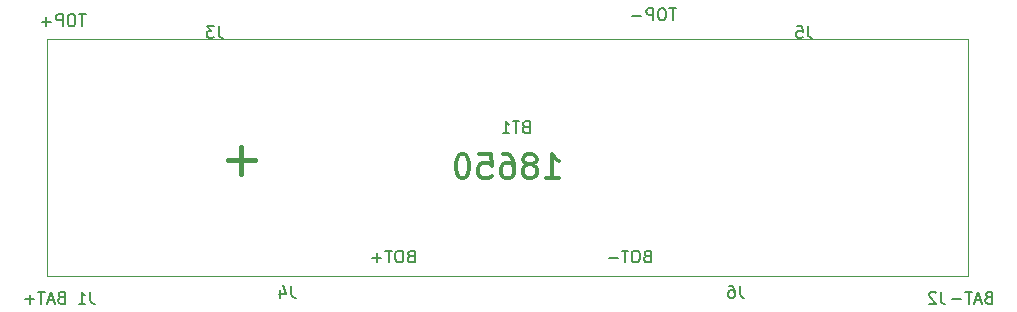
<source format=gbr>
G04 #@! TF.GenerationSoftware,KiCad,Pcbnew,5.1.4-e60b266~84~ubuntu19.04.1*
G04 #@! TF.CreationDate,2019-09-08T19:21:52+02:00*
G04 #@! TF.ProjectId,middle,6d696464-6c65-42e6-9b69-6361645f7063,rev?*
G04 #@! TF.SameCoordinates,Original*
G04 #@! TF.FileFunction,Legend,Bot*
G04 #@! TF.FilePolarity,Positive*
%FSLAX46Y46*%
G04 Gerber Fmt 4.6, Leading zero omitted, Abs format (unit mm)*
G04 Created by KiCad (PCBNEW 5.1.4-e60b266~84~ubuntu19.04.1) date 2019-09-08 19:21:52*
%MOMM*%
%LPD*%
G04 APERTURE LIST*
%ADD10C,0.450000*%
%ADD11C,0.120000*%
%ADD12C,0.150000*%
%ADD13C,0.300000*%
G04 APERTURE END LIST*
D10*
X-21757142Y29185714D02*
X-24042857Y29185714D01*
X-22900000Y28042857D02*
X-22900000Y30328571D01*
D11*
X-39350000Y19350000D02*
X38650000Y19350000D01*
X38650000Y19350000D02*
X38650000Y39450000D01*
X38650000Y39450000D02*
X-39350000Y39450000D01*
X-39350000Y39450000D02*
X-39350000Y19350000D01*
D12*
X19333333Y18547619D02*
X19333333Y17833333D01*
X19380952Y17690476D01*
X19476190Y17595238D01*
X19619047Y17547619D01*
X19714285Y17547619D01*
X18428571Y18547619D02*
X18619047Y18547619D01*
X18714285Y18500000D01*
X18761904Y18452380D01*
X18857142Y18309523D01*
X18904761Y18119047D01*
X18904761Y17738095D01*
X18857142Y17642857D01*
X18809523Y17595238D01*
X18714285Y17547619D01*
X18523809Y17547619D01*
X18428571Y17595238D01*
X18380952Y17642857D01*
X18333333Y17738095D01*
X18333333Y17976190D01*
X18380952Y18071428D01*
X18428571Y18119047D01*
X18523809Y18166666D01*
X18714285Y18166666D01*
X18809523Y18119047D01*
X18857142Y18071428D01*
X18904761Y17976190D01*
X11452380Y21071428D02*
X11309523Y21023809D01*
X11261904Y20976190D01*
X11214285Y20880952D01*
X11214285Y20738095D01*
X11261904Y20642857D01*
X11309523Y20595238D01*
X11404761Y20547619D01*
X11785714Y20547619D01*
X11785714Y21547619D01*
X11452380Y21547619D01*
X11357142Y21500000D01*
X11309523Y21452380D01*
X11261904Y21357142D01*
X11261904Y21261904D01*
X11309523Y21166666D01*
X11357142Y21119047D01*
X11452380Y21071428D01*
X11785714Y21071428D01*
X10595238Y21547619D02*
X10404761Y21547619D01*
X10309523Y21500000D01*
X10214285Y21404761D01*
X10166666Y21214285D01*
X10166666Y20880952D01*
X10214285Y20690476D01*
X10309523Y20595238D01*
X10404761Y20547619D01*
X10595238Y20547619D01*
X10690476Y20595238D01*
X10785714Y20690476D01*
X10833333Y20880952D01*
X10833333Y21214285D01*
X10785714Y21404761D01*
X10690476Y21500000D01*
X10595238Y21547619D01*
X9880952Y21547619D02*
X9309523Y21547619D01*
X9595238Y20547619D02*
X9595238Y21547619D01*
X8976190Y20928571D02*
X8214285Y20928571D01*
X25083333Y40557619D02*
X25083333Y39843333D01*
X25130952Y39700476D01*
X25226190Y39605238D01*
X25369047Y39557619D01*
X25464285Y39557619D01*
X24130952Y40557619D02*
X24607142Y40557619D01*
X24654761Y40081428D01*
X24607142Y40129047D01*
X24511904Y40176666D01*
X24273809Y40176666D01*
X24178571Y40129047D01*
X24130952Y40081428D01*
X24083333Y39986190D01*
X24083333Y39748095D01*
X24130952Y39652857D01*
X24178571Y39605238D01*
X24273809Y39557619D01*
X24511904Y39557619D01*
X24607142Y39605238D01*
X24654761Y39652857D01*
X13928571Y42047619D02*
X13357142Y42047619D01*
X13642857Y41047619D02*
X13642857Y42047619D01*
X12833333Y42047619D02*
X12642857Y42047619D01*
X12547619Y42000000D01*
X12452380Y41904761D01*
X12404761Y41714285D01*
X12404761Y41380952D01*
X12452380Y41190476D01*
X12547619Y41095238D01*
X12642857Y41047619D01*
X12833333Y41047619D01*
X12928571Y41095238D01*
X13023809Y41190476D01*
X13071428Y41380952D01*
X13071428Y41714285D01*
X13023809Y41904761D01*
X12928571Y42000000D01*
X12833333Y42047619D01*
X11976190Y41047619D02*
X11976190Y42047619D01*
X11595238Y42047619D01*
X11500000Y42000000D01*
X11452380Y41952380D01*
X11404761Y41857142D01*
X11404761Y41714285D01*
X11452380Y41619047D01*
X11500000Y41571428D01*
X11595238Y41523809D01*
X11976190Y41523809D01*
X10976190Y41428571D02*
X10214285Y41428571D01*
X-18666666Y18547619D02*
X-18666666Y17833333D01*
X-18619047Y17690476D01*
X-18523809Y17595238D01*
X-18380952Y17547619D01*
X-18285714Y17547619D01*
X-19571428Y18214285D02*
X-19571428Y17547619D01*
X-19333333Y18595238D02*
X-19095238Y17880952D01*
X-19714285Y17880952D01*
X-8547619Y21071428D02*
X-8690476Y21023809D01*
X-8738095Y20976190D01*
X-8785714Y20880952D01*
X-8785714Y20738095D01*
X-8738095Y20642857D01*
X-8690476Y20595238D01*
X-8595238Y20547619D01*
X-8214285Y20547619D01*
X-8214285Y21547619D01*
X-8547619Y21547619D01*
X-8642857Y21500000D01*
X-8690476Y21452380D01*
X-8738095Y21357142D01*
X-8738095Y21261904D01*
X-8690476Y21166666D01*
X-8642857Y21119047D01*
X-8547619Y21071428D01*
X-8214285Y21071428D01*
X-9404761Y21547619D02*
X-9595238Y21547619D01*
X-9690476Y21500000D01*
X-9785714Y21404761D01*
X-9833333Y21214285D01*
X-9833333Y20880952D01*
X-9785714Y20690476D01*
X-9690476Y20595238D01*
X-9595238Y20547619D01*
X-9404761Y20547619D01*
X-9309523Y20595238D01*
X-9214285Y20690476D01*
X-9166666Y20880952D01*
X-9166666Y21214285D01*
X-9214285Y21404761D01*
X-9309523Y21500000D01*
X-9404761Y21547619D01*
X-10119047Y21547619D02*
X-10690476Y21547619D01*
X-10404761Y20547619D02*
X-10404761Y21547619D01*
X-11023809Y20928571D02*
X-11785714Y20928571D01*
X-11404761Y20547619D02*
X-11404761Y21309523D01*
X-24816666Y40557619D02*
X-24816666Y39843333D01*
X-24769047Y39700476D01*
X-24673809Y39605238D01*
X-24530952Y39557619D01*
X-24435714Y39557619D01*
X-25197619Y40557619D02*
X-25816666Y40557619D01*
X-25483333Y40176666D01*
X-25626190Y40176666D01*
X-25721428Y40129047D01*
X-25769047Y40081428D01*
X-25816666Y39986190D01*
X-25816666Y39748095D01*
X-25769047Y39652857D01*
X-25721428Y39605238D01*
X-25626190Y39557619D01*
X-25340476Y39557619D01*
X-25245238Y39605238D01*
X-25197619Y39652857D01*
X-36071428Y41547619D02*
X-36642857Y41547619D01*
X-36357142Y40547619D02*
X-36357142Y41547619D01*
X-37166666Y41547619D02*
X-37357142Y41547619D01*
X-37452380Y41500000D01*
X-37547619Y41404761D01*
X-37595238Y41214285D01*
X-37595238Y40880952D01*
X-37547619Y40690476D01*
X-37452380Y40595238D01*
X-37357142Y40547619D01*
X-37166666Y40547619D01*
X-37071428Y40595238D01*
X-36976190Y40690476D01*
X-36928571Y40880952D01*
X-36928571Y41214285D01*
X-36976190Y41404761D01*
X-37071428Y41500000D01*
X-37166666Y41547619D01*
X-38023809Y40547619D02*
X-38023809Y41547619D01*
X-38404761Y41547619D01*
X-38500000Y41500000D01*
X-38547619Y41452380D01*
X-38595238Y41357142D01*
X-38595238Y41214285D01*
X-38547619Y41119047D01*
X-38500000Y41071428D01*
X-38404761Y41023809D01*
X-38023809Y41023809D01*
X-39023809Y40928571D02*
X-39785714Y40928571D01*
X-39404761Y40547619D02*
X-39404761Y41309523D01*
X36333333Y18047619D02*
X36333333Y17333333D01*
X36380952Y17190476D01*
X36476190Y17095238D01*
X36619047Y17047619D01*
X36714285Y17047619D01*
X35904761Y17952380D02*
X35857142Y18000000D01*
X35761904Y18047619D01*
X35523809Y18047619D01*
X35428571Y18000000D01*
X35380952Y17952380D01*
X35333333Y17857142D01*
X35333333Y17761904D01*
X35380952Y17619047D01*
X35952380Y17047619D01*
X35333333Y17047619D01*
X40357142Y17571428D02*
X40214285Y17523809D01*
X40166666Y17476190D01*
X40119047Y17380952D01*
X40119047Y17238095D01*
X40166666Y17142857D01*
X40214285Y17095238D01*
X40309523Y17047619D01*
X40690476Y17047619D01*
X40690476Y18047619D01*
X40357142Y18047619D01*
X40261904Y18000000D01*
X40214285Y17952380D01*
X40166666Y17857142D01*
X40166666Y17761904D01*
X40214285Y17666666D01*
X40261904Y17619047D01*
X40357142Y17571428D01*
X40690476Y17571428D01*
X39738095Y17333333D02*
X39261904Y17333333D01*
X39833333Y17047619D02*
X39500000Y18047619D01*
X39166666Y17047619D01*
X38976190Y18047619D02*
X38404761Y18047619D01*
X38690476Y17047619D02*
X38690476Y18047619D01*
X38071428Y17428571D02*
X37309523Y17428571D01*
X-35666666Y18047619D02*
X-35666666Y17333333D01*
X-35619047Y17190476D01*
X-35523809Y17095238D01*
X-35380952Y17047619D01*
X-35285714Y17047619D01*
X-36666666Y17047619D02*
X-36095238Y17047619D01*
X-36380952Y17047619D02*
X-36380952Y18047619D01*
X-36285714Y17904761D01*
X-36190476Y17809523D01*
X-36095238Y17761904D01*
X-38142857Y17571428D02*
X-38285714Y17523809D01*
X-38333333Y17476190D01*
X-38380952Y17380952D01*
X-38380952Y17238095D01*
X-38333333Y17142857D01*
X-38285714Y17095238D01*
X-38190476Y17047619D01*
X-37809523Y17047619D01*
X-37809523Y18047619D01*
X-38142857Y18047619D01*
X-38238095Y18000000D01*
X-38285714Y17952380D01*
X-38333333Y17857142D01*
X-38333333Y17761904D01*
X-38285714Y17666666D01*
X-38238095Y17619047D01*
X-38142857Y17571428D01*
X-37809523Y17571428D01*
X-38761904Y17333333D02*
X-39238095Y17333333D01*
X-38666666Y17047619D02*
X-39000000Y18047619D01*
X-39333333Y17047619D01*
X-39523809Y18047619D02*
X-40095238Y18047619D01*
X-39809523Y17047619D02*
X-39809523Y18047619D01*
X-40428571Y17428571D02*
X-41190476Y17428571D01*
X-40809523Y17047619D02*
X-40809523Y17809523D01*
X1185714Y32021428D02*
X1042857Y31973809D01*
X995238Y31926190D01*
X947619Y31830952D01*
X947619Y31688095D01*
X995238Y31592857D01*
X1042857Y31545238D01*
X1138095Y31497619D01*
X1519047Y31497619D01*
X1519047Y32497619D01*
X1185714Y32497619D01*
X1090476Y32450000D01*
X1042857Y32402380D01*
X995238Y32307142D01*
X995238Y32211904D01*
X1042857Y32116666D01*
X1090476Y32069047D01*
X1185714Y32021428D01*
X1519047Y32021428D01*
X661904Y32497619D02*
X90476Y32497619D01*
X376190Y31497619D02*
X376190Y32497619D01*
X-766666Y31497619D02*
X-195238Y31497619D01*
X-480952Y31497619D02*
X-480952Y32497619D01*
X-385714Y32354761D01*
X-290476Y32259523D01*
X-195238Y32211904D01*
D13*
X2888095Y27695238D02*
X4030952Y27695238D01*
X3459523Y27695238D02*
X3459523Y29695238D01*
X3650000Y29409523D01*
X3840476Y29219047D01*
X4030952Y29123809D01*
X1745238Y28838095D02*
X1935714Y28933333D01*
X2030952Y29028571D01*
X2126190Y29219047D01*
X2126190Y29314285D01*
X2030952Y29504761D01*
X1935714Y29600000D01*
X1745238Y29695238D01*
X1364285Y29695238D01*
X1173809Y29600000D01*
X1078571Y29504761D01*
X983333Y29314285D01*
X983333Y29219047D01*
X1078571Y29028571D01*
X1173809Y28933333D01*
X1364285Y28838095D01*
X1745238Y28838095D01*
X1935714Y28742857D01*
X2030952Y28647619D01*
X2126190Y28457142D01*
X2126190Y28076190D01*
X2030952Y27885714D01*
X1935714Y27790476D01*
X1745238Y27695238D01*
X1364285Y27695238D01*
X1173809Y27790476D01*
X1078571Y27885714D01*
X983333Y28076190D01*
X983333Y28457142D01*
X1078571Y28647619D01*
X1173809Y28742857D01*
X1364285Y28838095D01*
X-730952Y29695238D02*
X-350000Y29695238D01*
X-159523Y29600000D01*
X-64285Y29504761D01*
X126190Y29219047D01*
X221428Y28838095D01*
X221428Y28076190D01*
X126190Y27885714D01*
X30952Y27790476D01*
X-159523Y27695238D01*
X-540476Y27695238D01*
X-730952Y27790476D01*
X-826190Y27885714D01*
X-921428Y28076190D01*
X-921428Y28552380D01*
X-826190Y28742857D01*
X-730952Y28838095D01*
X-540476Y28933333D01*
X-159523Y28933333D01*
X30952Y28838095D01*
X126190Y28742857D01*
X221428Y28552380D01*
X-2730952Y29695238D02*
X-1778571Y29695238D01*
X-1683333Y28742857D01*
X-1778571Y28838095D01*
X-1969047Y28933333D01*
X-2445238Y28933333D01*
X-2635714Y28838095D01*
X-2730952Y28742857D01*
X-2826190Y28552380D01*
X-2826190Y28076190D01*
X-2730952Y27885714D01*
X-2635714Y27790476D01*
X-2445238Y27695238D01*
X-1969047Y27695238D01*
X-1778571Y27790476D01*
X-1683333Y27885714D01*
X-4064285Y29695238D02*
X-4254761Y29695238D01*
X-4445238Y29600000D01*
X-4540476Y29504761D01*
X-4635714Y29314285D01*
X-4730952Y28933333D01*
X-4730952Y28457142D01*
X-4635714Y28076190D01*
X-4540476Y27885714D01*
X-4445238Y27790476D01*
X-4254761Y27695238D01*
X-4064285Y27695238D01*
X-3873809Y27790476D01*
X-3778571Y27885714D01*
X-3683333Y28076190D01*
X-3588095Y28457142D01*
X-3588095Y28933333D01*
X-3683333Y29314285D01*
X-3778571Y29504761D01*
X-3873809Y29600000D01*
X-4064285Y29695238D01*
M02*

</source>
